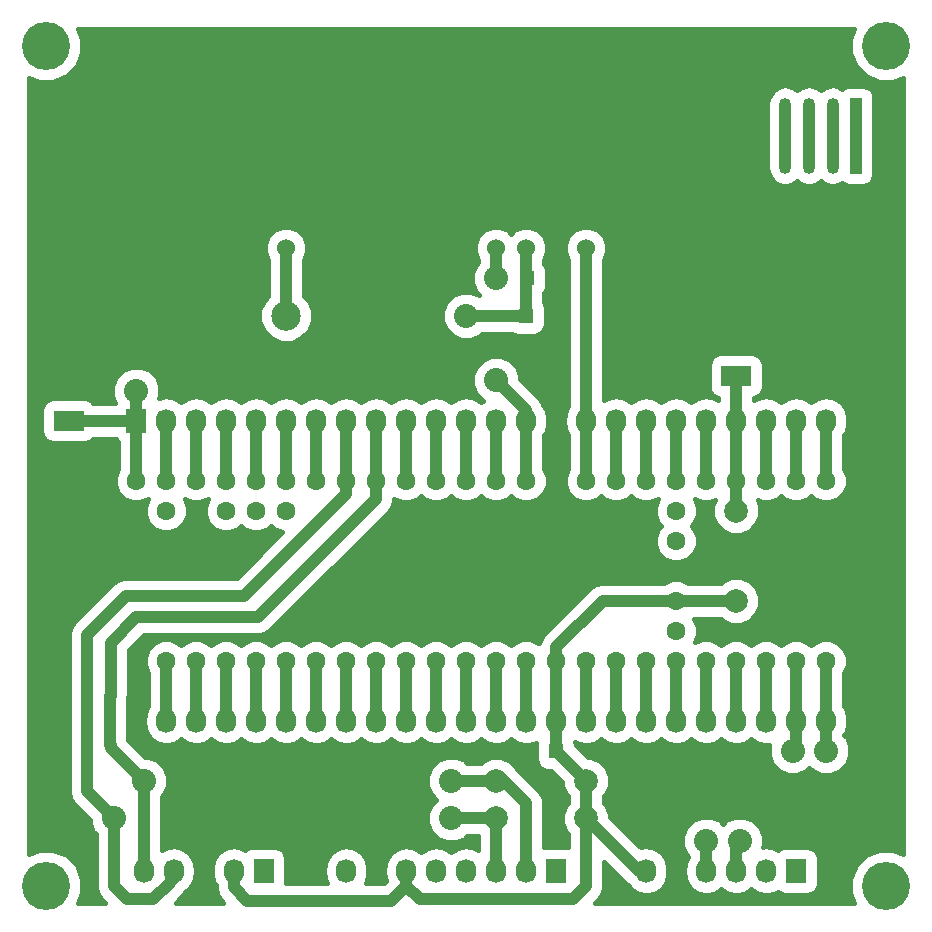
<source format=gbr>
G04 #@! TF.FileFunction,Copper,L2,Bot,Signal*
%FSLAX46Y46*%
G04 Gerber Fmt 4.6, Leading zero omitted, Abs format (unit mm)*
G04 Created by KiCad (PCBNEW 4.0.5) date Monday, March 20, 2017 'PMt' 03:41:12 PM*
%MOMM*%
%LPD*%
G01*
G04 APERTURE LIST*
%ADD10C,2.000000*%
%ADD11R,1.727200X2.032000*%
%ADD12O,1.727200X2.032000*%
%ADD13C,1.998980*%
%ADD14C,1.600000*%
%ADD15R,1.600000X1.600000*%
%ADD16C,2.500000*%
%ADD17O,2.413000X2.540000*%
%ADD18C,2.600000*%
%ADD19R,1.300000X1.300000*%
%ADD20C,1.300000*%
%ADD21R,2.600000X1.727200*%
%ADD22O,2.600000X1.727200*%
%ADD23R,1.016000X1.350000*%
%ADD24O,1.016000X1.350000*%
%ADD25C,1.524000*%
%ADD26R,1.524000X1.524000*%
%ADD27C,4.064000*%
%ADD28C,2.032000*%
%ADD29C,1.016000*%
%ADD30C,0.406400*%
G04 APERTURE END LIST*
D10*
D11*
X116840000Y-123190000D03*
D12*
X114300000Y-123190000D03*
X111760000Y-123190000D03*
X109220000Y-123190000D03*
X106680000Y-123190000D03*
X104140000Y-123190000D03*
D11*
X71755000Y-123190000D03*
D12*
X69215000Y-123190000D03*
X66675000Y-123190000D03*
X64135000Y-123190000D03*
X61595000Y-123190000D03*
D11*
X96520000Y-123190000D03*
D12*
X93980000Y-123190000D03*
X91440000Y-123190000D03*
X88900000Y-123190000D03*
X86360000Y-123190000D03*
X83820000Y-123190000D03*
X81280000Y-123190000D03*
X78740000Y-123190000D03*
D11*
X60960000Y-110490000D03*
D12*
X63500000Y-110490000D03*
X66040000Y-110490000D03*
X68580000Y-110490000D03*
X71120000Y-110490000D03*
X73660000Y-110490000D03*
X76200000Y-110490000D03*
X78740000Y-110490000D03*
X81280000Y-110490000D03*
X83820000Y-110490000D03*
X86360000Y-110490000D03*
X88900000Y-110490000D03*
X91440000Y-110490000D03*
X93980000Y-110490000D03*
X96520000Y-110490000D03*
X99060000Y-110490000D03*
X101600000Y-110490000D03*
X104140000Y-110490000D03*
X106680000Y-110490000D03*
X109220000Y-110490000D03*
X111760000Y-110490000D03*
X114300000Y-110490000D03*
X116840000Y-110490000D03*
X119380000Y-110490000D03*
D11*
X60960000Y-85090000D03*
D12*
X63500000Y-85090000D03*
X66040000Y-85090000D03*
X68580000Y-85090000D03*
X71120000Y-85090000D03*
X73660000Y-85090000D03*
X76200000Y-85090000D03*
X78740000Y-85090000D03*
X81280000Y-85090000D03*
X83820000Y-85090000D03*
X86360000Y-85090000D03*
X88900000Y-85090000D03*
X91440000Y-85090000D03*
X93980000Y-85090000D03*
X96520000Y-85090000D03*
X99060000Y-85090000D03*
X101600000Y-85090000D03*
X104140000Y-85090000D03*
X106680000Y-85090000D03*
X109220000Y-85090000D03*
X111760000Y-85090000D03*
X114300000Y-85090000D03*
X116840000Y-85090000D03*
X119380000Y-85090000D03*
D13*
X99060000Y-115570000D03*
X91440000Y-115570000D03*
X99060000Y-118745000D03*
X91440000Y-118745000D03*
D14*
X101600000Y-105410000D03*
X104140000Y-105410000D03*
X106680000Y-105410000D03*
X109220000Y-105410000D03*
X99060000Y-105410000D03*
X96520000Y-105410000D03*
X93980000Y-105410000D03*
X111760000Y-105410000D03*
X114300000Y-105410000D03*
X116840000Y-105410000D03*
X119380000Y-105410000D03*
X106680000Y-102870000D03*
X106680000Y-100330000D03*
X106680000Y-97790000D03*
X106680000Y-95250000D03*
X106680000Y-92710000D03*
X119380000Y-90170000D03*
X116840000Y-90170000D03*
X114300000Y-90170000D03*
X111760000Y-90170000D03*
X109220000Y-90170000D03*
X106680000Y-90170000D03*
X104140000Y-90170000D03*
X101600000Y-90170000D03*
X91440000Y-105410000D03*
X88900000Y-105410000D03*
X86360000Y-105410000D03*
X83820000Y-105410000D03*
X81280000Y-105410000D03*
X78740000Y-105410000D03*
X76200000Y-105410000D03*
X73660000Y-105410000D03*
X71120000Y-105410000D03*
X68580000Y-105410000D03*
X66040000Y-105410000D03*
X63500000Y-105410000D03*
D15*
X60960000Y-105410000D03*
D14*
X99060000Y-90170000D03*
X96520000Y-90170000D03*
X93980000Y-90170000D03*
X91440000Y-90170000D03*
X88900000Y-90170000D03*
X86360000Y-90170000D03*
X83820000Y-90170000D03*
X81280000Y-90170000D03*
X78740000Y-90170000D03*
X76200000Y-90170000D03*
X73660000Y-90170000D03*
X71120000Y-90170000D03*
X68580000Y-90170000D03*
X66040000Y-90170000D03*
X63500000Y-90170000D03*
X60960000Y-90170000D03*
X63500000Y-92710000D03*
X68580000Y-92710000D03*
X71120000Y-92710000D03*
X73660000Y-92710000D03*
D16*
X73660000Y-76200000D03*
D17*
X76200000Y-73660000D03*
X71120000Y-73660000D03*
D18*
X71120000Y-78740000D03*
X76200000Y-78740000D03*
D19*
X94020000Y-73025000D03*
D20*
X96520000Y-73025000D03*
D19*
X96480000Y-113030000D03*
D20*
X93980000Y-113030000D03*
D13*
X111760000Y-100330000D03*
X111760000Y-92710000D03*
D21*
X111760000Y-81280000D03*
D22*
X111760000Y-78740000D03*
D21*
X55245000Y-85090000D03*
D22*
X55245000Y-82550000D03*
D23*
X121920000Y-63500000D03*
D24*
X119920000Y-63500000D03*
X117920000Y-63500000D03*
X115920000Y-63500000D03*
D23*
X121920000Y-60960000D03*
D24*
X119920000Y-60960000D03*
X117920000Y-60960000D03*
X115920000Y-60960000D03*
D23*
X121920000Y-58420000D03*
D24*
X119920000Y-58420000D03*
X117920000Y-58420000D03*
X115920000Y-58420000D03*
D19*
X93980000Y-76200000D03*
D20*
X96480000Y-76200000D03*
D25*
X76200000Y-70485000D03*
X73660000Y-70485000D03*
D26*
X71120000Y-70485000D03*
D25*
X93980000Y-70485000D03*
X91440000Y-70485000D03*
X99060000Y-70485000D03*
X96520000Y-70485000D03*
D27*
X53340000Y-53340000D03*
X124460000Y-53340000D03*
X124460000Y-124460000D03*
X53340000Y-124460000D03*
D28*
X59055000Y-118745000D03*
X87630000Y-118745000D03*
X87630000Y-115570000D03*
X61595000Y-115570000D03*
X116535201Y-113038711D03*
X112064813Y-120650000D03*
X119380000Y-113030000D03*
X109220000Y-120650000D03*
X88900002Y-76200000D03*
X60960000Y-82550000D03*
X91440000Y-73025000D03*
X91440000Y-81661000D03*
D29*
X83820000Y-124460000D02*
X84963000Y-125603000D01*
X84963000Y-125603000D02*
X97917000Y-125603000D01*
X99060000Y-124460000D02*
X99060000Y-119380000D01*
X97917000Y-125603000D02*
X99060000Y-124460000D01*
X99060000Y-119380000D02*
X99060000Y-116205000D01*
X83820000Y-124460000D02*
X82550000Y-125730000D01*
X82550000Y-125730000D02*
X70358000Y-125730000D01*
X70358000Y-125730000D02*
X69215000Y-124587000D01*
X69215000Y-124587000D02*
X69215000Y-123190000D01*
X106680000Y-100330000D02*
X111760000Y-100330000D01*
X96520000Y-105410000D02*
X96520000Y-104278630D01*
X96520000Y-104278630D02*
X100468630Y-100330000D01*
X100468630Y-100330000D02*
X105548630Y-100330000D01*
X105548630Y-100330000D02*
X106680000Y-100330000D01*
X104140000Y-123190000D02*
X103505000Y-123190000D01*
X103505000Y-123190000D02*
X99060000Y-118745000D01*
X99060000Y-115570000D02*
X96520000Y-113030000D01*
X96520000Y-113030000D02*
X96520000Y-110490000D01*
X69215000Y-123901202D02*
X69215000Y-123190000D01*
X83820000Y-123190000D02*
X83820000Y-124460000D01*
X96520000Y-105410000D02*
X96520000Y-110490000D01*
X66040000Y-85090000D02*
X66040000Y-90170000D01*
X96520000Y-73025000D02*
X96520000Y-85090000D01*
X96520000Y-70485000D02*
X96520000Y-73025000D01*
X96520000Y-90170000D02*
X96520000Y-85090000D01*
X60960000Y-105410000D02*
X60960000Y-110490000D01*
X71120000Y-70485000D02*
X71120000Y-73660000D01*
X76200000Y-70485000D02*
X76200000Y-73660000D01*
X64135000Y-123190000D02*
X64135000Y-123825000D01*
X64135000Y-123825000D02*
X63779410Y-124180590D01*
X63779410Y-124180590D02*
X63779410Y-124247212D01*
X63779410Y-124247212D02*
X62423622Y-125603000D01*
X62423622Y-125603000D02*
X60198000Y-125603000D01*
X60198000Y-125603000D02*
X59055000Y-124460000D01*
X59055000Y-124460000D02*
X59055000Y-118745000D01*
X60075482Y-99898189D02*
X56769001Y-103204670D01*
X78740000Y-90170000D02*
X78740000Y-91284738D01*
X78740000Y-91284738D02*
X70126549Y-99898189D01*
X56769001Y-103204670D02*
X56769001Y-116459001D01*
X56769001Y-116459001D02*
X58039001Y-117729001D01*
X70126549Y-99898189D02*
X60075482Y-99898189D01*
X58039001Y-117729001D02*
X59055000Y-118745000D01*
X91440000Y-123190000D02*
X91440000Y-118745000D01*
X91440000Y-118745000D02*
X87630000Y-118745000D01*
X78740000Y-84937600D02*
X78740000Y-85090000D01*
X78740000Y-85090000D02*
X78740000Y-90170000D01*
X81280000Y-90170000D02*
X81280000Y-91694000D01*
X81280000Y-91694000D02*
X71247000Y-101727000D01*
X71247000Y-101727000D02*
X60960000Y-101727000D01*
X58794649Y-103892351D02*
X58794649Y-108398309D01*
X58794649Y-112581691D02*
X58794649Y-112769649D01*
X60960000Y-101727000D02*
X58794649Y-103892351D01*
X58794649Y-108398309D02*
X58775599Y-108417359D01*
X58775599Y-108417359D02*
X58775599Y-112562641D01*
X58794649Y-112769649D02*
X61595000Y-115570000D01*
X58775599Y-112562641D02*
X58794649Y-112581691D01*
X91440000Y-115570000D02*
X87630000Y-115570000D01*
X61595000Y-115570000D02*
X61595000Y-123190000D01*
X93980000Y-123190000D02*
X93980000Y-117475000D01*
X93980000Y-117475000D02*
X92075000Y-115570000D01*
X91440000Y-115570000D02*
X92075000Y-115570000D01*
X81280000Y-84937600D02*
X81280000Y-85090000D01*
X81280000Y-85090000D02*
X81280000Y-90170000D01*
X116840000Y-112733912D02*
X116535201Y-113038711D01*
X116840000Y-110490000D02*
X116840000Y-112733912D01*
X111760000Y-123190000D02*
X111760000Y-120954813D01*
X111760000Y-120954813D02*
X112064813Y-120650000D01*
X111760000Y-122515319D02*
X111760000Y-123190000D01*
X111760000Y-122555000D02*
X111760000Y-123190000D01*
X116840000Y-105410000D02*
X116840000Y-110490000D01*
X119380000Y-110490000D02*
X119380000Y-113030000D01*
X109220000Y-123190000D02*
X109220000Y-120650000D01*
X119380000Y-105410000D02*
X119380000Y-110490000D01*
X63500000Y-105410000D02*
X63500000Y-110490000D01*
X66040000Y-105410000D02*
X66040000Y-110490000D01*
X68580000Y-105410000D02*
X68580000Y-110490000D01*
X76200000Y-105410000D02*
X76200000Y-110490000D01*
X78740000Y-105410000D02*
X78740000Y-110490000D01*
X81280000Y-105410000D02*
X81280000Y-110490000D01*
X83820000Y-105410000D02*
X83820000Y-110490000D01*
X86360000Y-105410000D02*
X86360000Y-110490000D01*
X88900000Y-105410000D02*
X88900000Y-110490000D01*
X91440000Y-105410000D02*
X91440000Y-110490000D01*
X93980000Y-105410000D02*
X93980000Y-110490000D01*
X99060000Y-105410000D02*
X99060000Y-110490000D01*
X101600000Y-105410000D02*
X101600000Y-110490000D01*
X104140000Y-105410000D02*
X104140000Y-110490000D01*
X106680000Y-105410000D02*
X106680000Y-110490000D01*
X109220000Y-105410000D02*
X109220000Y-110490000D01*
X111760000Y-105410000D02*
X111760000Y-110490000D01*
X114300000Y-105410000D02*
X114300000Y-110490000D01*
X63500000Y-85090000D02*
X63500000Y-90170000D01*
X68580000Y-85090000D02*
X68580000Y-90170000D01*
X71120000Y-85090000D02*
X71120000Y-90170000D01*
X73660000Y-85090000D02*
X73660000Y-90170000D01*
X76200000Y-85090000D02*
X76200000Y-90170000D01*
X83820000Y-85090000D02*
X83820000Y-90170000D01*
X86360000Y-90170000D02*
X86360000Y-85090000D01*
X88900000Y-85090000D02*
X88900000Y-90170000D01*
X91440000Y-90170000D02*
X91440000Y-85090000D01*
X101600000Y-90170000D02*
X101600000Y-85090000D01*
X104140000Y-85090000D02*
X104140000Y-90170000D01*
X106680000Y-90170000D02*
X106680000Y-85090000D01*
X109220000Y-85090000D02*
X109220000Y-90170000D01*
X111760000Y-81280000D02*
X111760000Y-85090000D01*
X111760000Y-92710000D02*
X111760000Y-90170000D01*
X111760000Y-85090000D02*
X111760000Y-90170000D01*
X114300000Y-90170000D02*
X114300000Y-85090000D01*
X116840000Y-85090000D02*
X116840000Y-90170000D01*
X119380000Y-90170000D02*
X119380000Y-85090000D01*
X73660000Y-105410000D02*
X73660000Y-110490000D01*
X71120000Y-105410000D02*
X71120000Y-110490000D01*
X93980000Y-76200000D02*
X88900002Y-76200000D01*
X93980000Y-73025000D02*
X93980000Y-76160000D01*
X94020000Y-76160000D02*
X93980000Y-76200000D01*
X60960000Y-85090000D02*
X60960000Y-82550000D01*
X93980000Y-70485000D02*
X93980000Y-72985000D01*
X93980000Y-72985000D02*
X94020000Y-73025000D01*
X55245000Y-85090000D02*
X60960000Y-85090000D01*
X94051238Y-73056238D02*
X94020000Y-73025000D01*
X94020000Y-73025000D02*
X94054589Y-73059589D01*
X94020000Y-70525000D02*
X93980000Y-70485000D01*
X60960000Y-85090000D02*
X60960000Y-90170000D01*
X91440000Y-81661000D02*
X93980000Y-84201000D01*
X93980000Y-84201000D02*
X93980000Y-85090000D01*
X91440000Y-70485000D02*
X91440000Y-73025000D01*
X93980000Y-85090000D02*
X93980000Y-90170000D01*
X99060000Y-70485000D02*
X99060000Y-85090000D01*
X99060000Y-85090000D02*
X99060000Y-90170000D01*
X73660000Y-70485000D02*
X73660000Y-76200000D01*
X121920000Y-60960000D02*
X121920000Y-63500000D01*
X121920000Y-58420000D02*
X121920000Y-60960000D01*
X119920000Y-60960000D02*
X119920000Y-58420000D01*
X119920000Y-63500000D02*
X119920000Y-60960000D01*
X117920000Y-60960000D02*
X117920000Y-63500000D01*
X117920000Y-58420000D02*
X117920000Y-60960000D01*
X115920000Y-60960000D02*
X115920000Y-58420000D01*
X115920000Y-63500000D02*
X115920000Y-60960000D01*
D30*
G36*
X121412530Y-52731055D02*
X121411472Y-53943625D01*
X121874525Y-55064298D01*
X122731192Y-55922462D01*
X123851055Y-56387470D01*
X125063625Y-56388528D01*
X125877320Y-56052316D01*
X125877320Y-121748197D01*
X125068945Y-121412530D01*
X123856375Y-121411472D01*
X122735702Y-121874525D01*
X121877538Y-122731192D01*
X121412530Y-123851055D01*
X121411472Y-125063625D01*
X121747684Y-125877320D01*
X99797942Y-125877320D01*
X100137631Y-125537631D01*
X100467992Y-125043210D01*
X100584000Y-124460000D01*
X100584000Y-122424262D01*
X102427369Y-124267631D01*
X102584741Y-124372784D01*
X102810922Y-124711287D01*
X103420708Y-125118733D01*
X104140000Y-125261809D01*
X104859292Y-125118733D01*
X105469078Y-124711287D01*
X105876524Y-124101501D01*
X106019600Y-123382209D01*
X106019600Y-122997791D01*
X105876524Y-122278499D01*
X105469078Y-121668713D01*
X104859292Y-121261267D01*
X104140000Y-121118191D01*
X103679960Y-121209698D01*
X103522678Y-121052416D01*
X107187648Y-121052416D01*
X107496350Y-121799532D01*
X107680351Y-121983854D01*
X107483476Y-122278499D01*
X107340400Y-122997791D01*
X107340400Y-123382209D01*
X107483476Y-124101501D01*
X107890922Y-124711287D01*
X108500708Y-125118733D01*
X109220000Y-125261809D01*
X109939292Y-125118733D01*
X110490000Y-124750762D01*
X111040708Y-125118733D01*
X111760000Y-125261809D01*
X112479292Y-125118733D01*
X113030000Y-124750762D01*
X113580708Y-125118733D01*
X114300000Y-125261809D01*
X115019292Y-125118733D01*
X115268678Y-124952099D01*
X115573375Y-125160289D01*
X115976400Y-125241904D01*
X117703600Y-125241904D01*
X118080107Y-125171059D01*
X118425906Y-124948544D01*
X118657889Y-124609025D01*
X118739504Y-124206000D01*
X118739504Y-122174000D01*
X118668659Y-121797493D01*
X118446144Y-121451694D01*
X118106625Y-121219711D01*
X117703600Y-121138096D01*
X115976400Y-121138096D01*
X115599893Y-121208941D01*
X115264233Y-121424932D01*
X115019292Y-121261267D01*
X114300000Y-121118191D01*
X114049968Y-121167925D01*
X114096459Y-121055963D01*
X114097165Y-120247584D01*
X113788463Y-119500468D01*
X113217351Y-118928359D01*
X112470776Y-118618354D01*
X111662397Y-118617648D01*
X110915281Y-118926350D01*
X110642432Y-119198724D01*
X110372538Y-118928359D01*
X109625963Y-118618354D01*
X108817584Y-118617648D01*
X108070468Y-118926350D01*
X107498359Y-119497462D01*
X107188354Y-120244037D01*
X107187648Y-121052416D01*
X103522678Y-121052416D01*
X101075613Y-118605351D01*
X101075839Y-118345853D01*
X100769646Y-117604808D01*
X100584000Y-117418838D01*
X100584000Y-116896507D01*
X100767653Y-116713174D01*
X101075140Y-115972665D01*
X101075839Y-115170853D01*
X100769646Y-114429808D01*
X100203174Y-113862347D01*
X99462665Y-113554860D01*
X99199892Y-113554631D01*
X98165904Y-112520642D01*
X98165904Y-112380000D01*
X98149102Y-112290706D01*
X98340708Y-112418733D01*
X99060000Y-112561809D01*
X99779292Y-112418733D01*
X100330000Y-112050762D01*
X100880708Y-112418733D01*
X101600000Y-112561809D01*
X102319292Y-112418733D01*
X102870000Y-112050762D01*
X103420708Y-112418733D01*
X104140000Y-112561809D01*
X104859292Y-112418733D01*
X105410000Y-112050762D01*
X105960708Y-112418733D01*
X106680000Y-112561809D01*
X107399292Y-112418733D01*
X107950000Y-112050762D01*
X108500708Y-112418733D01*
X109220000Y-112561809D01*
X109939292Y-112418733D01*
X110490000Y-112050762D01*
X111040708Y-112418733D01*
X111760000Y-112561809D01*
X112479292Y-112418733D01*
X113030000Y-112050762D01*
X113580708Y-112418733D01*
X114300000Y-112561809D01*
X114553990Y-112511287D01*
X114503555Y-112632748D01*
X114502849Y-113441127D01*
X114811551Y-114188243D01*
X115382663Y-114760352D01*
X116129238Y-115070357D01*
X116937617Y-115071063D01*
X117684733Y-114762361D01*
X117961931Y-114485646D01*
X118227462Y-114751641D01*
X118974037Y-115061646D01*
X119782416Y-115062352D01*
X120529532Y-114753650D01*
X121101641Y-114182538D01*
X121411646Y-113435963D01*
X121412352Y-112627584D01*
X121103650Y-111880468D01*
X120919649Y-111696146D01*
X121116524Y-111401501D01*
X121259600Y-110682209D01*
X121259600Y-110297791D01*
X121116524Y-109578499D01*
X120904000Y-109260434D01*
X120904000Y-106454632D01*
X120918633Y-106440025D01*
X121195685Y-105772810D01*
X121196315Y-105050360D01*
X120920428Y-104382662D01*
X120410025Y-103871367D01*
X119742810Y-103594315D01*
X119020360Y-103593685D01*
X118352662Y-103869572D01*
X118110025Y-104111786D01*
X117870025Y-103871367D01*
X117202810Y-103594315D01*
X116480360Y-103593685D01*
X115812662Y-103869572D01*
X115570025Y-104111786D01*
X115330025Y-103871367D01*
X114662810Y-103594315D01*
X113940360Y-103593685D01*
X113272662Y-103869572D01*
X113030025Y-104111786D01*
X112790025Y-103871367D01*
X112122810Y-103594315D01*
X111400360Y-103593685D01*
X110732662Y-103869572D01*
X110490025Y-104111786D01*
X110250025Y-103871367D01*
X109582810Y-103594315D01*
X108860360Y-103593685D01*
X108239276Y-103850312D01*
X108495685Y-103232810D01*
X108496315Y-102510360D01*
X108225113Y-101854000D01*
X110433493Y-101854000D01*
X110616826Y-102037653D01*
X111357335Y-102345140D01*
X112159147Y-102345839D01*
X112900192Y-102039646D01*
X113467653Y-101473174D01*
X113775140Y-100732665D01*
X113775839Y-99930853D01*
X113469646Y-99189808D01*
X112903174Y-98622347D01*
X112162665Y-98314860D01*
X111360853Y-98314161D01*
X110619808Y-98620354D01*
X110433838Y-98806000D01*
X107724632Y-98806000D01*
X107710025Y-98791367D01*
X107042810Y-98514315D01*
X106320360Y-98513685D01*
X105652662Y-98789572D01*
X105636205Y-98806000D01*
X100468630Y-98806000D01*
X99885420Y-98922008D01*
X99489091Y-99186826D01*
X99390999Y-99252369D01*
X95442369Y-103200999D01*
X95112008Y-103695420D01*
X95065880Y-103927320D01*
X95010025Y-103871367D01*
X94342810Y-103594315D01*
X93620360Y-103593685D01*
X92952662Y-103869572D01*
X92710025Y-104111786D01*
X92470025Y-103871367D01*
X91802810Y-103594315D01*
X91080360Y-103593685D01*
X90412662Y-103869572D01*
X90170025Y-104111786D01*
X89930025Y-103871367D01*
X89262810Y-103594315D01*
X88540360Y-103593685D01*
X87872662Y-103869572D01*
X87630025Y-104111786D01*
X87390025Y-103871367D01*
X86722810Y-103594315D01*
X86000360Y-103593685D01*
X85332662Y-103869572D01*
X85090025Y-104111786D01*
X84850025Y-103871367D01*
X84182810Y-103594315D01*
X83460360Y-103593685D01*
X82792662Y-103869572D01*
X82550025Y-104111786D01*
X82310025Y-103871367D01*
X81642810Y-103594315D01*
X80920360Y-103593685D01*
X80252662Y-103869572D01*
X80010025Y-104111786D01*
X79770025Y-103871367D01*
X79102810Y-103594315D01*
X78380360Y-103593685D01*
X77712662Y-103869572D01*
X77470025Y-104111786D01*
X77230025Y-103871367D01*
X76562810Y-103594315D01*
X75840360Y-103593685D01*
X75172662Y-103869572D01*
X74930025Y-104111786D01*
X74690025Y-103871367D01*
X74022810Y-103594315D01*
X73300360Y-103593685D01*
X72632662Y-103869572D01*
X72390025Y-104111786D01*
X72150025Y-103871367D01*
X71482810Y-103594315D01*
X70760360Y-103593685D01*
X70092662Y-103869572D01*
X69850025Y-104111786D01*
X69610025Y-103871367D01*
X68942810Y-103594315D01*
X68220360Y-103593685D01*
X67552662Y-103869572D01*
X67310025Y-104111786D01*
X67070025Y-103871367D01*
X66402810Y-103594315D01*
X65680360Y-103593685D01*
X65012662Y-103869572D01*
X64770025Y-104111786D01*
X64530025Y-103871367D01*
X63862810Y-103594315D01*
X63140360Y-103593685D01*
X62472662Y-103869572D01*
X61961367Y-104379975D01*
X61684315Y-105047190D01*
X61683685Y-105769640D01*
X61959572Y-106437338D01*
X61976000Y-106453795D01*
X61976000Y-109260434D01*
X61763476Y-109578499D01*
X61620400Y-110297791D01*
X61620400Y-110682209D01*
X61763476Y-111401501D01*
X62170922Y-112011287D01*
X62780708Y-112418733D01*
X63500000Y-112561809D01*
X64219292Y-112418733D01*
X64770000Y-112050762D01*
X65320708Y-112418733D01*
X66040000Y-112561809D01*
X66759292Y-112418733D01*
X67310000Y-112050762D01*
X67860708Y-112418733D01*
X68580000Y-112561809D01*
X69299292Y-112418733D01*
X69850000Y-112050762D01*
X70400708Y-112418733D01*
X71120000Y-112561809D01*
X71839292Y-112418733D01*
X72390000Y-112050762D01*
X72940708Y-112418733D01*
X73660000Y-112561809D01*
X74379292Y-112418733D01*
X74930000Y-112050762D01*
X75480708Y-112418733D01*
X76200000Y-112561809D01*
X76919292Y-112418733D01*
X77470000Y-112050762D01*
X78020708Y-112418733D01*
X78740000Y-112561809D01*
X79459292Y-112418733D01*
X80010000Y-112050762D01*
X80560708Y-112418733D01*
X81280000Y-112561809D01*
X81999292Y-112418733D01*
X82550000Y-112050762D01*
X83100708Y-112418733D01*
X83820000Y-112561809D01*
X84539292Y-112418733D01*
X85090000Y-112050762D01*
X85640708Y-112418733D01*
X86360000Y-112561809D01*
X87079292Y-112418733D01*
X87630000Y-112050762D01*
X88180708Y-112418733D01*
X88900000Y-112561809D01*
X89619292Y-112418733D01*
X90170000Y-112050762D01*
X90720708Y-112418733D01*
X91440000Y-112561809D01*
X92159292Y-112418733D01*
X92710000Y-112050762D01*
X93260708Y-112418733D01*
X93980000Y-112561809D01*
X94699292Y-112418733D01*
X94799860Y-112351535D01*
X94794096Y-112380000D01*
X94794096Y-113680000D01*
X94864941Y-114056507D01*
X95087456Y-114402306D01*
X95426975Y-114634289D01*
X95830000Y-114715904D01*
X96050642Y-114715904D01*
X97044387Y-115709649D01*
X97044161Y-115969147D01*
X97350354Y-116710192D01*
X97536000Y-116896162D01*
X97536000Y-117418493D01*
X97352347Y-117601826D01*
X97044860Y-118342335D01*
X97044161Y-119144147D01*
X97350354Y-119885192D01*
X97536000Y-120071162D01*
X97536000Y-121168958D01*
X97383600Y-121138096D01*
X95656400Y-121138096D01*
X95504000Y-121166772D01*
X95504000Y-117475000D01*
X95453476Y-117221000D01*
X95387993Y-116891791D01*
X95057631Y-116397369D01*
X93191595Y-114531333D01*
X93149646Y-114429808D01*
X92583174Y-113862347D01*
X91842665Y-113554860D01*
X91040853Y-113554161D01*
X90299808Y-113860354D01*
X90113838Y-114046000D01*
X88979835Y-114046000D01*
X88782538Y-113848359D01*
X88035963Y-113538354D01*
X87227584Y-113537648D01*
X86480468Y-113846350D01*
X85908359Y-114417462D01*
X85598354Y-115164037D01*
X85597648Y-115972416D01*
X85906350Y-116719532D01*
X86343817Y-117157763D01*
X85908359Y-117592462D01*
X85598354Y-118339037D01*
X85597648Y-119147416D01*
X85906350Y-119894532D01*
X86477462Y-120466641D01*
X87224037Y-120776646D01*
X88032416Y-120777352D01*
X88779532Y-120468650D01*
X88979531Y-120269000D01*
X89916000Y-120269000D01*
X89916000Y-121459521D01*
X89619292Y-121261267D01*
X88900000Y-121118191D01*
X88180708Y-121261267D01*
X87630000Y-121629238D01*
X87079292Y-121261267D01*
X86360000Y-121118191D01*
X85640708Y-121261267D01*
X85090000Y-121629238D01*
X84539292Y-121261267D01*
X83820000Y-121118191D01*
X83100708Y-121261267D01*
X82490922Y-121668713D01*
X82083476Y-122278499D01*
X81940400Y-122997791D01*
X81940400Y-123382209D01*
X82073482Y-124051256D01*
X81918738Y-124206000D01*
X80406700Y-124206000D01*
X80476524Y-124101501D01*
X80619600Y-123382209D01*
X80619600Y-122997791D01*
X80476524Y-122278499D01*
X80069078Y-121668713D01*
X79459292Y-121261267D01*
X78740000Y-121118191D01*
X78020708Y-121261267D01*
X77410922Y-121668713D01*
X77003476Y-122278499D01*
X76860400Y-122997791D01*
X76860400Y-123382209D01*
X77003476Y-124101501D01*
X77073300Y-124206000D01*
X73654504Y-124206000D01*
X73654504Y-122174000D01*
X73583659Y-121797493D01*
X73361144Y-121451694D01*
X73021625Y-121219711D01*
X72618600Y-121138096D01*
X70891400Y-121138096D01*
X70514893Y-121208941D01*
X70179233Y-121424932D01*
X69934292Y-121261267D01*
X69215000Y-121118191D01*
X68495708Y-121261267D01*
X67885922Y-121668713D01*
X67478476Y-122278499D01*
X67335400Y-122997791D01*
X67335400Y-123382209D01*
X67478476Y-124101501D01*
X67691000Y-124419566D01*
X67691000Y-124587000D01*
X67807008Y-125170210D01*
X68086555Y-125588582D01*
X68137369Y-125664631D01*
X68350058Y-125877320D01*
X64304564Y-125877320D01*
X64857041Y-125324843D01*
X64991195Y-125124067D01*
X65212631Y-124902631D01*
X65240796Y-124860480D01*
X65464078Y-124711287D01*
X65871524Y-124101501D01*
X66014600Y-123382209D01*
X66014600Y-122997791D01*
X65871524Y-122278499D01*
X65464078Y-121668713D01*
X64854292Y-121261267D01*
X64135000Y-121118191D01*
X63415708Y-121261267D01*
X63119000Y-121459521D01*
X63119000Y-116919835D01*
X63316641Y-116722538D01*
X63626646Y-115975963D01*
X63627352Y-115167584D01*
X63318650Y-114420468D01*
X62747538Y-113848359D01*
X62000963Y-113538354D01*
X61718369Y-113538107D01*
X60299599Y-112119337D01*
X60299599Y-108494084D01*
X60318650Y-108398309D01*
X60318649Y-108398304D01*
X60318649Y-104523613D01*
X61591262Y-103251000D01*
X71247000Y-103251000D01*
X71830210Y-103134992D01*
X72324631Y-102804631D01*
X82357631Y-92771631D01*
X82687993Y-92277209D01*
X82800242Y-91712896D01*
X83457190Y-91985685D01*
X84179640Y-91986315D01*
X84847338Y-91710428D01*
X85089975Y-91468214D01*
X85329975Y-91708633D01*
X85997190Y-91985685D01*
X86719640Y-91986315D01*
X87387338Y-91710428D01*
X87629975Y-91468214D01*
X87869975Y-91708633D01*
X88537190Y-91985685D01*
X89259640Y-91986315D01*
X89927338Y-91710428D01*
X90169975Y-91468214D01*
X90409975Y-91708633D01*
X91077190Y-91985685D01*
X91799640Y-91986315D01*
X92467338Y-91710428D01*
X92709975Y-91468214D01*
X92949975Y-91708633D01*
X93617190Y-91985685D01*
X94339640Y-91986315D01*
X95007338Y-91710428D01*
X95518633Y-91200025D01*
X95795685Y-90532810D01*
X95796315Y-89810360D01*
X95520428Y-89142662D01*
X95504000Y-89126205D01*
X95504000Y-86319566D01*
X95716524Y-86001501D01*
X95859600Y-85282209D01*
X95859600Y-84897791D01*
X97180400Y-84897791D01*
X97180400Y-85282209D01*
X97323476Y-86001501D01*
X97536000Y-86319566D01*
X97536000Y-89125368D01*
X97521367Y-89139975D01*
X97244315Y-89807190D01*
X97243685Y-90529640D01*
X97519572Y-91197338D01*
X98029975Y-91708633D01*
X98697190Y-91985685D01*
X99419640Y-91986315D01*
X100087338Y-91710428D01*
X100329975Y-91468214D01*
X100569975Y-91708633D01*
X101237190Y-91985685D01*
X101959640Y-91986315D01*
X102627338Y-91710428D01*
X102869975Y-91468214D01*
X103109975Y-91708633D01*
X103777190Y-91985685D01*
X104499640Y-91986315D01*
X105120724Y-91729688D01*
X104864315Y-92347190D01*
X104863685Y-93069640D01*
X105139572Y-93737338D01*
X105381786Y-93979975D01*
X105141367Y-94219975D01*
X104864315Y-94887190D01*
X104863685Y-95609640D01*
X105139572Y-96277338D01*
X105649975Y-96788633D01*
X106317190Y-97065685D01*
X107039640Y-97066315D01*
X107707338Y-96790428D01*
X108218633Y-96280025D01*
X108495685Y-95612810D01*
X108496315Y-94890360D01*
X108220428Y-94222662D01*
X107978214Y-93980025D01*
X108218633Y-93740025D01*
X108495685Y-93072810D01*
X108496315Y-92350360D01*
X108239688Y-91729276D01*
X108857190Y-91985685D01*
X109579640Y-91986315D01*
X109939985Y-91837424D01*
X109744860Y-92307335D01*
X109744161Y-93109147D01*
X110050354Y-93850192D01*
X110616826Y-94417653D01*
X111357335Y-94725140D01*
X112159147Y-94725839D01*
X112900192Y-94419646D01*
X113467653Y-93853174D01*
X113775140Y-93112665D01*
X113775839Y-92310853D01*
X113580240Y-91837466D01*
X113937190Y-91985685D01*
X114659640Y-91986315D01*
X115327338Y-91710428D01*
X115569975Y-91468214D01*
X115809975Y-91708633D01*
X116477190Y-91985685D01*
X117199640Y-91986315D01*
X117867338Y-91710428D01*
X118109975Y-91468214D01*
X118349975Y-91708633D01*
X119017190Y-91985685D01*
X119739640Y-91986315D01*
X120407338Y-91710428D01*
X120918633Y-91200025D01*
X121195685Y-90532810D01*
X121196315Y-89810360D01*
X120920428Y-89142662D01*
X120904000Y-89126205D01*
X120904000Y-86319566D01*
X121116524Y-86001501D01*
X121259600Y-85282209D01*
X121259600Y-84897791D01*
X121116524Y-84178499D01*
X120709078Y-83568713D01*
X120099292Y-83161267D01*
X119380000Y-83018191D01*
X118660708Y-83161267D01*
X118110000Y-83529238D01*
X117559292Y-83161267D01*
X116840000Y-83018191D01*
X116120708Y-83161267D01*
X115570000Y-83529238D01*
X115019292Y-83161267D01*
X114300000Y-83018191D01*
X113580708Y-83161267D01*
X113284000Y-83359521D01*
X113284000Y-83137355D01*
X113436507Y-83108659D01*
X113782306Y-82886144D01*
X114014289Y-82546625D01*
X114095904Y-82143600D01*
X114095904Y-80416400D01*
X114025059Y-80039893D01*
X113802544Y-79694094D01*
X113463025Y-79462111D01*
X113060000Y-79380496D01*
X110460000Y-79380496D01*
X110083493Y-79451341D01*
X109737694Y-79673856D01*
X109505711Y-80013375D01*
X109424096Y-80416400D01*
X109424096Y-82143600D01*
X109494941Y-82520107D01*
X109717456Y-82865906D01*
X110056975Y-83097889D01*
X110236000Y-83134143D01*
X110236000Y-83359521D01*
X109939292Y-83161267D01*
X109220000Y-83018191D01*
X108500708Y-83161267D01*
X107950000Y-83529238D01*
X107399292Y-83161267D01*
X106680000Y-83018191D01*
X105960708Y-83161267D01*
X105410000Y-83529238D01*
X104859292Y-83161267D01*
X104140000Y-83018191D01*
X103420708Y-83161267D01*
X102870000Y-83529238D01*
X102319292Y-83161267D01*
X101600000Y-83018191D01*
X100880708Y-83161267D01*
X100584000Y-83359521D01*
X100584000Y-71451172D01*
X100837691Y-70840218D01*
X100838308Y-70132886D01*
X100568194Y-69479160D01*
X100068471Y-68978564D01*
X99415218Y-68707309D01*
X98707886Y-68706692D01*
X98054160Y-68976806D01*
X97553564Y-69476529D01*
X97282309Y-70129782D01*
X97281692Y-70837114D01*
X97536000Y-71452587D01*
X97536000Y-83860434D01*
X97323476Y-84178499D01*
X97180400Y-84897791D01*
X95859600Y-84897791D01*
X95716524Y-84178499D01*
X95407542Y-83716075D01*
X95387992Y-83617790D01*
X95057631Y-83123369D01*
X95057628Y-83123367D01*
X93472108Y-81537846D01*
X93472352Y-81258584D01*
X93163650Y-80511468D01*
X92592538Y-79939359D01*
X91845963Y-79629354D01*
X91037584Y-79628648D01*
X90290468Y-79937350D01*
X89718359Y-80508462D01*
X89408354Y-81255037D01*
X89407648Y-82063416D01*
X89716350Y-82810532D01*
X90287462Y-83382641D01*
X90350330Y-83408746D01*
X90170000Y-83529238D01*
X89619292Y-83161267D01*
X88900000Y-83018191D01*
X88180708Y-83161267D01*
X87630000Y-83529238D01*
X87079292Y-83161267D01*
X86360000Y-83018191D01*
X85640708Y-83161267D01*
X85090000Y-83529238D01*
X84539292Y-83161267D01*
X83820000Y-83018191D01*
X83100708Y-83161267D01*
X82550000Y-83529238D01*
X81999292Y-83161267D01*
X81280000Y-83018191D01*
X80560708Y-83161267D01*
X80010000Y-83529238D01*
X79459292Y-83161267D01*
X78740000Y-83018191D01*
X78020708Y-83161267D01*
X77470000Y-83529238D01*
X76919292Y-83161267D01*
X76200000Y-83018191D01*
X75480708Y-83161267D01*
X74930000Y-83529238D01*
X74379292Y-83161267D01*
X73660000Y-83018191D01*
X72940708Y-83161267D01*
X72390000Y-83529238D01*
X71839292Y-83161267D01*
X71120000Y-83018191D01*
X70400708Y-83161267D01*
X69850000Y-83529238D01*
X69299292Y-83161267D01*
X68580000Y-83018191D01*
X67860708Y-83161267D01*
X67310000Y-83529238D01*
X66759292Y-83161267D01*
X66040000Y-83018191D01*
X65320708Y-83161267D01*
X64770000Y-83529238D01*
X64219292Y-83161267D01*
X63500000Y-83018191D01*
X62917712Y-83134015D01*
X62991646Y-82955963D01*
X62992352Y-82147584D01*
X62683650Y-81400468D01*
X62112538Y-80828359D01*
X61365963Y-80518354D01*
X60557584Y-80517648D01*
X59810468Y-80826350D01*
X59238359Y-81397462D01*
X58928354Y-82144037D01*
X58927648Y-82952416D01*
X59181176Y-83566000D01*
X57327379Y-83566000D01*
X57287544Y-83504094D01*
X56948025Y-83272111D01*
X56545000Y-83190496D01*
X53945000Y-83190496D01*
X53568493Y-83261341D01*
X53222694Y-83483856D01*
X52990711Y-83823375D01*
X52909096Y-84226400D01*
X52909096Y-85953600D01*
X52979941Y-86330107D01*
X53202456Y-86675906D01*
X53541975Y-86907889D01*
X53945000Y-86989504D01*
X56545000Y-86989504D01*
X56921507Y-86918659D01*
X57267306Y-86696144D01*
X57323432Y-86614000D01*
X59215954Y-86614000D01*
X59353856Y-86828306D01*
X59436000Y-86884432D01*
X59436000Y-89125368D01*
X59421367Y-89139975D01*
X59144315Y-89807190D01*
X59143685Y-90529640D01*
X59419572Y-91197338D01*
X59929975Y-91708633D01*
X60597190Y-91985685D01*
X61319640Y-91986315D01*
X61940724Y-91729688D01*
X61684315Y-92347190D01*
X61683685Y-93069640D01*
X61959572Y-93737338D01*
X62469975Y-94248633D01*
X63137190Y-94525685D01*
X63859640Y-94526315D01*
X64527338Y-94250428D01*
X65038633Y-93740025D01*
X65315685Y-93072810D01*
X65316315Y-92350360D01*
X65059688Y-91729276D01*
X65677190Y-91985685D01*
X66399640Y-91986315D01*
X67020724Y-91729688D01*
X66764315Y-92347190D01*
X66763685Y-93069640D01*
X67039572Y-93737338D01*
X67549975Y-94248633D01*
X68217190Y-94525685D01*
X68939640Y-94526315D01*
X69607338Y-94250428D01*
X69849975Y-94008214D01*
X70089975Y-94248633D01*
X70757190Y-94525685D01*
X71479640Y-94526315D01*
X72147338Y-94250428D01*
X72389975Y-94008214D01*
X72629975Y-94248633D01*
X73297190Y-94525685D01*
X73343750Y-94525726D01*
X69495287Y-98374189D01*
X60075482Y-98374189D01*
X59492272Y-98490197D01*
X59019639Y-98806000D01*
X58997851Y-98820558D01*
X55691370Y-102127039D01*
X55361009Y-102621460D01*
X55245001Y-103204670D01*
X55245001Y-116459001D01*
X55361009Y-117042211D01*
X55480472Y-117221000D01*
X55691370Y-117536632D01*
X57022892Y-118868154D01*
X57022648Y-119147416D01*
X57331350Y-119894532D01*
X57531000Y-120094531D01*
X57531000Y-124460000D01*
X57647008Y-125043210D01*
X57977369Y-125537631D01*
X58317058Y-125877320D01*
X56051803Y-125877320D01*
X56387470Y-125068945D01*
X56388528Y-123856375D01*
X55925475Y-122735702D01*
X55068808Y-121877538D01*
X53948945Y-121412530D01*
X52736375Y-121411472D01*
X51922680Y-121747684D01*
X51922680Y-76648758D01*
X71393607Y-76648758D01*
X71737858Y-77481909D01*
X72374738Y-78119902D01*
X73207287Y-78465606D01*
X74108758Y-78466393D01*
X74941909Y-78122142D01*
X75579902Y-77485262D01*
X75925606Y-76652713D01*
X75925649Y-76602416D01*
X86867650Y-76602416D01*
X87176352Y-77349532D01*
X87747464Y-77921641D01*
X88494039Y-78231646D01*
X89302418Y-78232352D01*
X90049534Y-77923650D01*
X90249533Y-77724000D01*
X92809468Y-77724000D01*
X92926975Y-77804289D01*
X93330000Y-77885904D01*
X94630000Y-77885904D01*
X95006507Y-77815059D01*
X95352306Y-77592544D01*
X95584289Y-77253025D01*
X95665904Y-76850000D01*
X95665904Y-75550000D01*
X95595059Y-75173493D01*
X95504000Y-75031983D01*
X95504000Y-74254074D01*
X95624289Y-74078025D01*
X95705904Y-73675000D01*
X95705904Y-72375000D01*
X95635059Y-71998493D01*
X95504000Y-71794821D01*
X95504000Y-71451172D01*
X95757691Y-70840218D01*
X95758308Y-70132886D01*
X95488194Y-69479160D01*
X94988471Y-68978564D01*
X94335218Y-68707309D01*
X93627886Y-68706692D01*
X92974160Y-68976806D01*
X92709978Y-69240528D01*
X92448471Y-68978564D01*
X91795218Y-68707309D01*
X91087886Y-68706692D01*
X90434160Y-68976806D01*
X89933564Y-69476529D01*
X89662309Y-70129782D01*
X89661692Y-70837114D01*
X89916000Y-71452587D01*
X89916000Y-71675165D01*
X89718359Y-71872462D01*
X89408354Y-72619037D01*
X89407648Y-73427416D01*
X89716350Y-74174532D01*
X89996360Y-74455031D01*
X89305965Y-74168354D01*
X88497586Y-74167648D01*
X87750470Y-74476350D01*
X87178361Y-75047462D01*
X86868356Y-75794037D01*
X86867650Y-76602416D01*
X75925649Y-76602416D01*
X75926393Y-75751242D01*
X75582142Y-74918091D01*
X75184000Y-74519253D01*
X75184000Y-71451172D01*
X75437691Y-70840218D01*
X75438308Y-70132886D01*
X75168194Y-69479160D01*
X74668471Y-68978564D01*
X74015218Y-68707309D01*
X73307886Y-68706692D01*
X72654160Y-68976806D01*
X72153564Y-69476529D01*
X71882309Y-70129782D01*
X71881692Y-70837114D01*
X72136000Y-71452587D01*
X72136000Y-74519527D01*
X71740098Y-74914738D01*
X71394394Y-75747287D01*
X71393607Y-76648758D01*
X51922680Y-76648758D01*
X51922680Y-58219871D01*
X114396000Y-58219871D01*
X114396000Y-63700129D01*
X114512008Y-64283339D01*
X114842369Y-64777760D01*
X115336790Y-65108121D01*
X115920000Y-65224129D01*
X116503210Y-65108121D01*
X116920000Y-64829631D01*
X117336790Y-65108121D01*
X117920000Y-65224129D01*
X118503210Y-65108121D01*
X118920000Y-64829631D01*
X119336790Y-65108121D01*
X119920000Y-65224129D01*
X120503210Y-65108121D01*
X120743253Y-64947729D01*
X121008975Y-65129289D01*
X121412000Y-65210904D01*
X122428000Y-65210904D01*
X122804507Y-65140059D01*
X123150306Y-64917544D01*
X123382289Y-64578025D01*
X123463904Y-64175000D01*
X123463904Y-62825000D01*
X123444000Y-62719220D01*
X123444000Y-61733288D01*
X123463904Y-61635000D01*
X123463904Y-60285000D01*
X123444000Y-60179220D01*
X123444000Y-59193288D01*
X123463904Y-59095000D01*
X123463904Y-57745000D01*
X123393059Y-57368493D01*
X123170544Y-57022694D01*
X122831025Y-56790711D01*
X122428000Y-56709096D01*
X121412000Y-56709096D01*
X121035493Y-56779941D01*
X120739991Y-56970091D01*
X120503210Y-56811879D01*
X119920000Y-56695871D01*
X119336790Y-56811879D01*
X118920000Y-57090369D01*
X118503210Y-56811879D01*
X117920000Y-56695871D01*
X117336790Y-56811879D01*
X116920000Y-57090369D01*
X116503210Y-56811879D01*
X115920000Y-56695871D01*
X115336790Y-56811879D01*
X114842369Y-57142240D01*
X114512008Y-57636661D01*
X114396000Y-58219871D01*
X51922680Y-58219871D01*
X51922680Y-56051803D01*
X52731055Y-56387470D01*
X53943625Y-56388528D01*
X55064298Y-55925475D01*
X55922462Y-55068808D01*
X56387470Y-53948945D01*
X56388528Y-52736375D01*
X56052316Y-51922680D01*
X121748197Y-51922680D01*
X121412530Y-52731055D01*
X121412530Y-52731055D01*
G37*
X121412530Y-52731055D02*
X121411472Y-53943625D01*
X121874525Y-55064298D01*
X122731192Y-55922462D01*
X123851055Y-56387470D01*
X125063625Y-56388528D01*
X125877320Y-56052316D01*
X125877320Y-121748197D01*
X125068945Y-121412530D01*
X123856375Y-121411472D01*
X122735702Y-121874525D01*
X121877538Y-122731192D01*
X121412530Y-123851055D01*
X121411472Y-125063625D01*
X121747684Y-125877320D01*
X99797942Y-125877320D01*
X100137631Y-125537631D01*
X100467992Y-125043210D01*
X100584000Y-124460000D01*
X100584000Y-122424262D01*
X102427369Y-124267631D01*
X102584741Y-124372784D01*
X102810922Y-124711287D01*
X103420708Y-125118733D01*
X104140000Y-125261809D01*
X104859292Y-125118733D01*
X105469078Y-124711287D01*
X105876524Y-124101501D01*
X106019600Y-123382209D01*
X106019600Y-122997791D01*
X105876524Y-122278499D01*
X105469078Y-121668713D01*
X104859292Y-121261267D01*
X104140000Y-121118191D01*
X103679960Y-121209698D01*
X103522678Y-121052416D01*
X107187648Y-121052416D01*
X107496350Y-121799532D01*
X107680351Y-121983854D01*
X107483476Y-122278499D01*
X107340400Y-122997791D01*
X107340400Y-123382209D01*
X107483476Y-124101501D01*
X107890922Y-124711287D01*
X108500708Y-125118733D01*
X109220000Y-125261809D01*
X109939292Y-125118733D01*
X110490000Y-124750762D01*
X111040708Y-125118733D01*
X111760000Y-125261809D01*
X112479292Y-125118733D01*
X113030000Y-124750762D01*
X113580708Y-125118733D01*
X114300000Y-125261809D01*
X115019292Y-125118733D01*
X115268678Y-124952099D01*
X115573375Y-125160289D01*
X115976400Y-125241904D01*
X117703600Y-125241904D01*
X118080107Y-125171059D01*
X118425906Y-124948544D01*
X118657889Y-124609025D01*
X118739504Y-124206000D01*
X118739504Y-122174000D01*
X118668659Y-121797493D01*
X118446144Y-121451694D01*
X118106625Y-121219711D01*
X117703600Y-121138096D01*
X115976400Y-121138096D01*
X115599893Y-121208941D01*
X115264233Y-121424932D01*
X115019292Y-121261267D01*
X114300000Y-121118191D01*
X114049968Y-121167925D01*
X114096459Y-121055963D01*
X114097165Y-120247584D01*
X113788463Y-119500468D01*
X113217351Y-118928359D01*
X112470776Y-118618354D01*
X111662397Y-118617648D01*
X110915281Y-118926350D01*
X110642432Y-119198724D01*
X110372538Y-118928359D01*
X109625963Y-118618354D01*
X108817584Y-118617648D01*
X108070468Y-118926350D01*
X107498359Y-119497462D01*
X107188354Y-120244037D01*
X107187648Y-121052416D01*
X103522678Y-121052416D01*
X101075613Y-118605351D01*
X101075839Y-118345853D01*
X100769646Y-117604808D01*
X100584000Y-117418838D01*
X100584000Y-116896507D01*
X100767653Y-116713174D01*
X101075140Y-115972665D01*
X101075839Y-115170853D01*
X100769646Y-114429808D01*
X100203174Y-113862347D01*
X99462665Y-113554860D01*
X99199892Y-113554631D01*
X98165904Y-112520642D01*
X98165904Y-112380000D01*
X98149102Y-112290706D01*
X98340708Y-112418733D01*
X99060000Y-112561809D01*
X99779292Y-112418733D01*
X100330000Y-112050762D01*
X100880708Y-112418733D01*
X101600000Y-112561809D01*
X102319292Y-112418733D01*
X102870000Y-112050762D01*
X103420708Y-112418733D01*
X104140000Y-112561809D01*
X104859292Y-112418733D01*
X105410000Y-112050762D01*
X105960708Y-112418733D01*
X106680000Y-112561809D01*
X107399292Y-112418733D01*
X107950000Y-112050762D01*
X108500708Y-112418733D01*
X109220000Y-112561809D01*
X109939292Y-112418733D01*
X110490000Y-112050762D01*
X111040708Y-112418733D01*
X111760000Y-112561809D01*
X112479292Y-112418733D01*
X113030000Y-112050762D01*
X113580708Y-112418733D01*
X114300000Y-112561809D01*
X114553990Y-112511287D01*
X114503555Y-112632748D01*
X114502849Y-113441127D01*
X114811551Y-114188243D01*
X115382663Y-114760352D01*
X116129238Y-115070357D01*
X116937617Y-115071063D01*
X117684733Y-114762361D01*
X117961931Y-114485646D01*
X118227462Y-114751641D01*
X118974037Y-115061646D01*
X119782416Y-115062352D01*
X120529532Y-114753650D01*
X121101641Y-114182538D01*
X121411646Y-113435963D01*
X121412352Y-112627584D01*
X121103650Y-111880468D01*
X120919649Y-111696146D01*
X121116524Y-111401501D01*
X121259600Y-110682209D01*
X121259600Y-110297791D01*
X121116524Y-109578499D01*
X120904000Y-109260434D01*
X120904000Y-106454632D01*
X120918633Y-106440025D01*
X121195685Y-105772810D01*
X121196315Y-105050360D01*
X120920428Y-104382662D01*
X120410025Y-103871367D01*
X119742810Y-103594315D01*
X119020360Y-103593685D01*
X118352662Y-103869572D01*
X118110025Y-104111786D01*
X117870025Y-103871367D01*
X117202810Y-103594315D01*
X116480360Y-103593685D01*
X115812662Y-103869572D01*
X115570025Y-104111786D01*
X115330025Y-103871367D01*
X114662810Y-103594315D01*
X113940360Y-103593685D01*
X113272662Y-103869572D01*
X113030025Y-104111786D01*
X112790025Y-103871367D01*
X112122810Y-103594315D01*
X111400360Y-103593685D01*
X110732662Y-103869572D01*
X110490025Y-104111786D01*
X110250025Y-103871367D01*
X109582810Y-103594315D01*
X108860360Y-103593685D01*
X108239276Y-103850312D01*
X108495685Y-103232810D01*
X108496315Y-102510360D01*
X108225113Y-101854000D01*
X110433493Y-101854000D01*
X110616826Y-102037653D01*
X111357335Y-102345140D01*
X112159147Y-102345839D01*
X112900192Y-102039646D01*
X113467653Y-101473174D01*
X113775140Y-100732665D01*
X113775839Y-99930853D01*
X113469646Y-99189808D01*
X112903174Y-98622347D01*
X112162665Y-98314860D01*
X111360853Y-98314161D01*
X110619808Y-98620354D01*
X110433838Y-98806000D01*
X107724632Y-98806000D01*
X107710025Y-98791367D01*
X107042810Y-98514315D01*
X106320360Y-98513685D01*
X105652662Y-98789572D01*
X105636205Y-98806000D01*
X100468630Y-98806000D01*
X99885420Y-98922008D01*
X99489091Y-99186826D01*
X99390999Y-99252369D01*
X95442369Y-103200999D01*
X95112008Y-103695420D01*
X95065880Y-103927320D01*
X95010025Y-103871367D01*
X94342810Y-103594315D01*
X93620360Y-103593685D01*
X92952662Y-103869572D01*
X92710025Y-104111786D01*
X92470025Y-103871367D01*
X91802810Y-103594315D01*
X91080360Y-103593685D01*
X90412662Y-103869572D01*
X90170025Y-104111786D01*
X89930025Y-103871367D01*
X89262810Y-103594315D01*
X88540360Y-103593685D01*
X87872662Y-103869572D01*
X87630025Y-104111786D01*
X87390025Y-103871367D01*
X86722810Y-103594315D01*
X86000360Y-103593685D01*
X85332662Y-103869572D01*
X85090025Y-104111786D01*
X84850025Y-103871367D01*
X84182810Y-103594315D01*
X83460360Y-103593685D01*
X82792662Y-103869572D01*
X82550025Y-104111786D01*
X82310025Y-103871367D01*
X81642810Y-103594315D01*
X80920360Y-103593685D01*
X80252662Y-103869572D01*
X80010025Y-104111786D01*
X79770025Y-103871367D01*
X79102810Y-103594315D01*
X78380360Y-103593685D01*
X77712662Y-103869572D01*
X77470025Y-104111786D01*
X77230025Y-103871367D01*
X76562810Y-103594315D01*
X75840360Y-103593685D01*
X75172662Y-103869572D01*
X74930025Y-104111786D01*
X74690025Y-103871367D01*
X74022810Y-103594315D01*
X73300360Y-103593685D01*
X72632662Y-103869572D01*
X72390025Y-104111786D01*
X72150025Y-103871367D01*
X71482810Y-103594315D01*
X70760360Y-103593685D01*
X70092662Y-103869572D01*
X69850025Y-104111786D01*
X69610025Y-103871367D01*
X68942810Y-103594315D01*
X68220360Y-103593685D01*
X67552662Y-103869572D01*
X67310025Y-104111786D01*
X67070025Y-103871367D01*
X66402810Y-103594315D01*
X65680360Y-103593685D01*
X65012662Y-103869572D01*
X64770025Y-104111786D01*
X64530025Y-103871367D01*
X63862810Y-103594315D01*
X63140360Y-103593685D01*
X62472662Y-103869572D01*
X61961367Y-104379975D01*
X61684315Y-105047190D01*
X61683685Y-105769640D01*
X61959572Y-106437338D01*
X61976000Y-106453795D01*
X61976000Y-109260434D01*
X61763476Y-109578499D01*
X61620400Y-110297791D01*
X61620400Y-110682209D01*
X61763476Y-111401501D01*
X62170922Y-112011287D01*
X62780708Y-112418733D01*
X63500000Y-112561809D01*
X64219292Y-112418733D01*
X64770000Y-112050762D01*
X65320708Y-112418733D01*
X66040000Y-112561809D01*
X66759292Y-112418733D01*
X67310000Y-112050762D01*
X67860708Y-112418733D01*
X68580000Y-112561809D01*
X69299292Y-112418733D01*
X69850000Y-112050762D01*
X70400708Y-112418733D01*
X71120000Y-112561809D01*
X71839292Y-112418733D01*
X72390000Y-112050762D01*
X72940708Y-112418733D01*
X73660000Y-112561809D01*
X74379292Y-112418733D01*
X74930000Y-112050762D01*
X75480708Y-112418733D01*
X76200000Y-112561809D01*
X76919292Y-112418733D01*
X77470000Y-112050762D01*
X78020708Y-112418733D01*
X78740000Y-112561809D01*
X79459292Y-112418733D01*
X80010000Y-112050762D01*
X80560708Y-112418733D01*
X81280000Y-112561809D01*
X81999292Y-112418733D01*
X82550000Y-112050762D01*
X83100708Y-112418733D01*
X83820000Y-112561809D01*
X84539292Y-112418733D01*
X85090000Y-112050762D01*
X85640708Y-112418733D01*
X86360000Y-112561809D01*
X87079292Y-112418733D01*
X87630000Y-112050762D01*
X88180708Y-112418733D01*
X88900000Y-112561809D01*
X89619292Y-112418733D01*
X90170000Y-112050762D01*
X90720708Y-112418733D01*
X91440000Y-112561809D01*
X92159292Y-112418733D01*
X92710000Y-112050762D01*
X93260708Y-112418733D01*
X93980000Y-112561809D01*
X94699292Y-112418733D01*
X94799860Y-112351535D01*
X94794096Y-112380000D01*
X94794096Y-113680000D01*
X94864941Y-114056507D01*
X95087456Y-114402306D01*
X95426975Y-114634289D01*
X95830000Y-114715904D01*
X96050642Y-114715904D01*
X97044387Y-115709649D01*
X97044161Y-115969147D01*
X97350354Y-116710192D01*
X97536000Y-116896162D01*
X97536000Y-117418493D01*
X97352347Y-117601826D01*
X97044860Y-118342335D01*
X97044161Y-119144147D01*
X97350354Y-119885192D01*
X97536000Y-120071162D01*
X97536000Y-121168958D01*
X97383600Y-121138096D01*
X95656400Y-121138096D01*
X95504000Y-121166772D01*
X95504000Y-117475000D01*
X95453476Y-117221000D01*
X95387993Y-116891791D01*
X95057631Y-116397369D01*
X93191595Y-114531333D01*
X93149646Y-114429808D01*
X92583174Y-113862347D01*
X91842665Y-113554860D01*
X91040853Y-113554161D01*
X90299808Y-113860354D01*
X90113838Y-114046000D01*
X88979835Y-114046000D01*
X88782538Y-113848359D01*
X88035963Y-113538354D01*
X87227584Y-113537648D01*
X86480468Y-113846350D01*
X85908359Y-114417462D01*
X85598354Y-115164037D01*
X85597648Y-115972416D01*
X85906350Y-116719532D01*
X86343817Y-117157763D01*
X85908359Y-117592462D01*
X85598354Y-118339037D01*
X85597648Y-119147416D01*
X85906350Y-119894532D01*
X86477462Y-120466641D01*
X87224037Y-120776646D01*
X88032416Y-120777352D01*
X88779532Y-120468650D01*
X88979531Y-120269000D01*
X89916000Y-120269000D01*
X89916000Y-121459521D01*
X89619292Y-121261267D01*
X88900000Y-121118191D01*
X88180708Y-121261267D01*
X87630000Y-121629238D01*
X87079292Y-121261267D01*
X86360000Y-121118191D01*
X85640708Y-121261267D01*
X85090000Y-121629238D01*
X84539292Y-121261267D01*
X83820000Y-121118191D01*
X83100708Y-121261267D01*
X82490922Y-121668713D01*
X82083476Y-122278499D01*
X81940400Y-122997791D01*
X81940400Y-123382209D01*
X82073482Y-124051256D01*
X81918738Y-124206000D01*
X80406700Y-124206000D01*
X80476524Y-124101501D01*
X80619600Y-123382209D01*
X80619600Y-122997791D01*
X80476524Y-122278499D01*
X80069078Y-121668713D01*
X79459292Y-121261267D01*
X78740000Y-121118191D01*
X78020708Y-121261267D01*
X77410922Y-121668713D01*
X77003476Y-122278499D01*
X76860400Y-122997791D01*
X76860400Y-123382209D01*
X77003476Y-124101501D01*
X77073300Y-124206000D01*
X73654504Y-124206000D01*
X73654504Y-122174000D01*
X73583659Y-121797493D01*
X73361144Y-121451694D01*
X73021625Y-121219711D01*
X72618600Y-121138096D01*
X70891400Y-121138096D01*
X70514893Y-121208941D01*
X70179233Y-121424932D01*
X69934292Y-121261267D01*
X69215000Y-121118191D01*
X68495708Y-121261267D01*
X67885922Y-121668713D01*
X67478476Y-122278499D01*
X67335400Y-122997791D01*
X67335400Y-123382209D01*
X67478476Y-124101501D01*
X67691000Y-124419566D01*
X67691000Y-124587000D01*
X67807008Y-125170210D01*
X68086555Y-125588582D01*
X68137369Y-125664631D01*
X68350058Y-125877320D01*
X64304564Y-125877320D01*
X64857041Y-125324843D01*
X64991195Y-125124067D01*
X65212631Y-124902631D01*
X65240796Y-124860480D01*
X65464078Y-124711287D01*
X65871524Y-124101501D01*
X66014600Y-123382209D01*
X66014600Y-122997791D01*
X65871524Y-122278499D01*
X65464078Y-121668713D01*
X64854292Y-121261267D01*
X64135000Y-121118191D01*
X63415708Y-121261267D01*
X63119000Y-121459521D01*
X63119000Y-116919835D01*
X63316641Y-116722538D01*
X63626646Y-115975963D01*
X63627352Y-115167584D01*
X63318650Y-114420468D01*
X62747538Y-113848359D01*
X62000963Y-113538354D01*
X61718369Y-113538107D01*
X60299599Y-112119337D01*
X60299599Y-108494084D01*
X60318650Y-108398309D01*
X60318649Y-108398304D01*
X60318649Y-104523613D01*
X61591262Y-103251000D01*
X71247000Y-103251000D01*
X71830210Y-103134992D01*
X72324631Y-102804631D01*
X82357631Y-92771631D01*
X82687993Y-92277209D01*
X82800242Y-91712896D01*
X83457190Y-91985685D01*
X84179640Y-91986315D01*
X84847338Y-91710428D01*
X85089975Y-91468214D01*
X85329975Y-91708633D01*
X85997190Y-91985685D01*
X86719640Y-91986315D01*
X87387338Y-91710428D01*
X87629975Y-91468214D01*
X87869975Y-91708633D01*
X88537190Y-91985685D01*
X89259640Y-91986315D01*
X89927338Y-91710428D01*
X90169975Y-91468214D01*
X90409975Y-91708633D01*
X91077190Y-91985685D01*
X91799640Y-91986315D01*
X92467338Y-91710428D01*
X92709975Y-91468214D01*
X92949975Y-91708633D01*
X93617190Y-91985685D01*
X94339640Y-91986315D01*
X95007338Y-91710428D01*
X95518633Y-91200025D01*
X95795685Y-90532810D01*
X95796315Y-89810360D01*
X95520428Y-89142662D01*
X95504000Y-89126205D01*
X95504000Y-86319566D01*
X95716524Y-86001501D01*
X95859600Y-85282209D01*
X95859600Y-84897791D01*
X97180400Y-84897791D01*
X97180400Y-85282209D01*
X97323476Y-86001501D01*
X97536000Y-86319566D01*
X97536000Y-89125368D01*
X97521367Y-89139975D01*
X97244315Y-89807190D01*
X97243685Y-90529640D01*
X97519572Y-91197338D01*
X98029975Y-91708633D01*
X98697190Y-91985685D01*
X99419640Y-91986315D01*
X100087338Y-91710428D01*
X100329975Y-91468214D01*
X100569975Y-91708633D01*
X101237190Y-91985685D01*
X101959640Y-91986315D01*
X102627338Y-91710428D01*
X102869975Y-91468214D01*
X103109975Y-91708633D01*
X103777190Y-91985685D01*
X104499640Y-91986315D01*
X105120724Y-91729688D01*
X104864315Y-92347190D01*
X104863685Y-93069640D01*
X105139572Y-93737338D01*
X105381786Y-93979975D01*
X105141367Y-94219975D01*
X104864315Y-94887190D01*
X104863685Y-95609640D01*
X105139572Y-96277338D01*
X105649975Y-96788633D01*
X106317190Y-97065685D01*
X107039640Y-97066315D01*
X107707338Y-96790428D01*
X108218633Y-96280025D01*
X108495685Y-95612810D01*
X108496315Y-94890360D01*
X108220428Y-94222662D01*
X107978214Y-93980025D01*
X108218633Y-93740025D01*
X108495685Y-93072810D01*
X108496315Y-92350360D01*
X108239688Y-91729276D01*
X108857190Y-91985685D01*
X109579640Y-91986315D01*
X109939985Y-91837424D01*
X109744860Y-92307335D01*
X109744161Y-93109147D01*
X110050354Y-93850192D01*
X110616826Y-94417653D01*
X111357335Y-94725140D01*
X112159147Y-94725839D01*
X112900192Y-94419646D01*
X113467653Y-93853174D01*
X113775140Y-93112665D01*
X113775839Y-92310853D01*
X113580240Y-91837466D01*
X113937190Y-91985685D01*
X114659640Y-91986315D01*
X115327338Y-91710428D01*
X115569975Y-91468214D01*
X115809975Y-91708633D01*
X116477190Y-91985685D01*
X117199640Y-91986315D01*
X117867338Y-91710428D01*
X118109975Y-91468214D01*
X118349975Y-91708633D01*
X119017190Y-91985685D01*
X119739640Y-91986315D01*
X120407338Y-91710428D01*
X120918633Y-91200025D01*
X121195685Y-90532810D01*
X121196315Y-89810360D01*
X120920428Y-89142662D01*
X120904000Y-89126205D01*
X120904000Y-86319566D01*
X121116524Y-86001501D01*
X121259600Y-85282209D01*
X121259600Y-84897791D01*
X121116524Y-84178499D01*
X120709078Y-83568713D01*
X120099292Y-83161267D01*
X119380000Y-83018191D01*
X118660708Y-83161267D01*
X118110000Y-83529238D01*
X117559292Y-83161267D01*
X116840000Y-83018191D01*
X116120708Y-83161267D01*
X115570000Y-83529238D01*
X115019292Y-83161267D01*
X114300000Y-83018191D01*
X113580708Y-83161267D01*
X113284000Y-83359521D01*
X113284000Y-83137355D01*
X113436507Y-83108659D01*
X113782306Y-82886144D01*
X114014289Y-82546625D01*
X114095904Y-82143600D01*
X114095904Y-80416400D01*
X114025059Y-80039893D01*
X113802544Y-79694094D01*
X113463025Y-79462111D01*
X113060000Y-79380496D01*
X110460000Y-79380496D01*
X110083493Y-79451341D01*
X109737694Y-79673856D01*
X109505711Y-80013375D01*
X109424096Y-80416400D01*
X109424096Y-82143600D01*
X109494941Y-82520107D01*
X109717456Y-82865906D01*
X110056975Y-83097889D01*
X110236000Y-83134143D01*
X110236000Y-83359521D01*
X109939292Y-83161267D01*
X109220000Y-83018191D01*
X108500708Y-83161267D01*
X107950000Y-83529238D01*
X107399292Y-83161267D01*
X106680000Y-83018191D01*
X105960708Y-83161267D01*
X105410000Y-83529238D01*
X104859292Y-83161267D01*
X104140000Y-83018191D01*
X103420708Y-83161267D01*
X102870000Y-83529238D01*
X102319292Y-83161267D01*
X101600000Y-83018191D01*
X100880708Y-83161267D01*
X100584000Y-83359521D01*
X100584000Y-71451172D01*
X100837691Y-70840218D01*
X100838308Y-70132886D01*
X100568194Y-69479160D01*
X100068471Y-68978564D01*
X99415218Y-68707309D01*
X98707886Y-68706692D01*
X98054160Y-68976806D01*
X97553564Y-69476529D01*
X97282309Y-70129782D01*
X97281692Y-70837114D01*
X97536000Y-71452587D01*
X97536000Y-83860434D01*
X97323476Y-84178499D01*
X97180400Y-84897791D01*
X95859600Y-84897791D01*
X95716524Y-84178499D01*
X95407542Y-83716075D01*
X95387992Y-83617790D01*
X95057631Y-83123369D01*
X95057628Y-83123367D01*
X93472108Y-81537846D01*
X93472352Y-81258584D01*
X93163650Y-80511468D01*
X92592538Y-79939359D01*
X91845963Y-79629354D01*
X91037584Y-79628648D01*
X90290468Y-79937350D01*
X89718359Y-80508462D01*
X89408354Y-81255037D01*
X89407648Y-82063416D01*
X89716350Y-82810532D01*
X90287462Y-83382641D01*
X90350330Y-83408746D01*
X90170000Y-83529238D01*
X89619292Y-83161267D01*
X88900000Y-83018191D01*
X88180708Y-83161267D01*
X87630000Y-83529238D01*
X87079292Y-83161267D01*
X86360000Y-83018191D01*
X85640708Y-83161267D01*
X85090000Y-83529238D01*
X84539292Y-83161267D01*
X83820000Y-83018191D01*
X83100708Y-83161267D01*
X82550000Y-83529238D01*
X81999292Y-83161267D01*
X81280000Y-83018191D01*
X80560708Y-83161267D01*
X80010000Y-83529238D01*
X79459292Y-83161267D01*
X78740000Y-83018191D01*
X78020708Y-83161267D01*
X77470000Y-83529238D01*
X76919292Y-83161267D01*
X76200000Y-83018191D01*
X75480708Y-83161267D01*
X74930000Y-83529238D01*
X74379292Y-83161267D01*
X73660000Y-83018191D01*
X72940708Y-83161267D01*
X72390000Y-83529238D01*
X71839292Y-83161267D01*
X71120000Y-83018191D01*
X70400708Y-83161267D01*
X69850000Y-83529238D01*
X69299292Y-83161267D01*
X68580000Y-83018191D01*
X67860708Y-83161267D01*
X67310000Y-83529238D01*
X66759292Y-83161267D01*
X66040000Y-83018191D01*
X65320708Y-83161267D01*
X64770000Y-83529238D01*
X64219292Y-83161267D01*
X63500000Y-83018191D01*
X62917712Y-83134015D01*
X62991646Y-82955963D01*
X62992352Y-82147584D01*
X62683650Y-81400468D01*
X62112538Y-80828359D01*
X61365963Y-80518354D01*
X60557584Y-80517648D01*
X59810468Y-80826350D01*
X59238359Y-81397462D01*
X58928354Y-82144037D01*
X58927648Y-82952416D01*
X59181176Y-83566000D01*
X57327379Y-83566000D01*
X57287544Y-83504094D01*
X56948025Y-83272111D01*
X56545000Y-83190496D01*
X53945000Y-83190496D01*
X53568493Y-83261341D01*
X53222694Y-83483856D01*
X52990711Y-83823375D01*
X52909096Y-84226400D01*
X52909096Y-85953600D01*
X52979941Y-86330107D01*
X53202456Y-86675906D01*
X53541975Y-86907889D01*
X53945000Y-86989504D01*
X56545000Y-86989504D01*
X56921507Y-86918659D01*
X57267306Y-86696144D01*
X57323432Y-86614000D01*
X59215954Y-86614000D01*
X59353856Y-86828306D01*
X59436000Y-86884432D01*
X59436000Y-89125368D01*
X59421367Y-89139975D01*
X59144315Y-89807190D01*
X59143685Y-90529640D01*
X59419572Y-91197338D01*
X59929975Y-91708633D01*
X60597190Y-91985685D01*
X61319640Y-91986315D01*
X61940724Y-91729688D01*
X61684315Y-92347190D01*
X61683685Y-93069640D01*
X61959572Y-93737338D01*
X62469975Y-94248633D01*
X63137190Y-94525685D01*
X63859640Y-94526315D01*
X64527338Y-94250428D01*
X65038633Y-93740025D01*
X65315685Y-93072810D01*
X65316315Y-92350360D01*
X65059688Y-91729276D01*
X65677190Y-91985685D01*
X66399640Y-91986315D01*
X67020724Y-91729688D01*
X66764315Y-92347190D01*
X66763685Y-93069640D01*
X67039572Y-93737338D01*
X67549975Y-94248633D01*
X68217190Y-94525685D01*
X68939640Y-94526315D01*
X69607338Y-94250428D01*
X69849975Y-94008214D01*
X70089975Y-94248633D01*
X70757190Y-94525685D01*
X71479640Y-94526315D01*
X72147338Y-94250428D01*
X72389975Y-94008214D01*
X72629975Y-94248633D01*
X73297190Y-94525685D01*
X73343750Y-94525726D01*
X69495287Y-98374189D01*
X60075482Y-98374189D01*
X59492272Y-98490197D01*
X59019639Y-98806000D01*
X58997851Y-98820558D01*
X55691370Y-102127039D01*
X55361009Y-102621460D01*
X55245001Y-103204670D01*
X55245001Y-116459001D01*
X55361009Y-117042211D01*
X55480472Y-117221000D01*
X55691370Y-117536632D01*
X57022892Y-118868154D01*
X57022648Y-119147416D01*
X57331350Y-119894532D01*
X57531000Y-120094531D01*
X57531000Y-124460000D01*
X57647008Y-125043210D01*
X57977369Y-125537631D01*
X58317058Y-125877320D01*
X56051803Y-125877320D01*
X56387470Y-125068945D01*
X56388528Y-123856375D01*
X55925475Y-122735702D01*
X55068808Y-121877538D01*
X53948945Y-121412530D01*
X52736375Y-121411472D01*
X51922680Y-121747684D01*
X51922680Y-76648758D01*
X71393607Y-76648758D01*
X71737858Y-77481909D01*
X72374738Y-78119902D01*
X73207287Y-78465606D01*
X74108758Y-78466393D01*
X74941909Y-78122142D01*
X75579902Y-77485262D01*
X75925606Y-76652713D01*
X75925649Y-76602416D01*
X86867650Y-76602416D01*
X87176352Y-77349532D01*
X87747464Y-77921641D01*
X88494039Y-78231646D01*
X89302418Y-78232352D01*
X90049534Y-77923650D01*
X90249533Y-77724000D01*
X92809468Y-77724000D01*
X92926975Y-77804289D01*
X93330000Y-77885904D01*
X94630000Y-77885904D01*
X95006507Y-77815059D01*
X95352306Y-77592544D01*
X95584289Y-77253025D01*
X95665904Y-76850000D01*
X95665904Y-75550000D01*
X95595059Y-75173493D01*
X95504000Y-75031983D01*
X95504000Y-74254074D01*
X95624289Y-74078025D01*
X95705904Y-73675000D01*
X95705904Y-72375000D01*
X95635059Y-71998493D01*
X95504000Y-71794821D01*
X95504000Y-71451172D01*
X95757691Y-70840218D01*
X95758308Y-70132886D01*
X95488194Y-69479160D01*
X94988471Y-68978564D01*
X94335218Y-68707309D01*
X93627886Y-68706692D01*
X92974160Y-68976806D01*
X92709978Y-69240528D01*
X92448471Y-68978564D01*
X91795218Y-68707309D01*
X91087886Y-68706692D01*
X90434160Y-68976806D01*
X89933564Y-69476529D01*
X89662309Y-70129782D01*
X89661692Y-70837114D01*
X89916000Y-71452587D01*
X89916000Y-71675165D01*
X89718359Y-71872462D01*
X89408354Y-72619037D01*
X89407648Y-73427416D01*
X89716350Y-74174532D01*
X89996360Y-74455031D01*
X89305965Y-74168354D01*
X88497586Y-74167648D01*
X87750470Y-74476350D01*
X87178361Y-75047462D01*
X86868356Y-75794037D01*
X86867650Y-76602416D01*
X75925649Y-76602416D01*
X75926393Y-75751242D01*
X75582142Y-74918091D01*
X75184000Y-74519253D01*
X75184000Y-71451172D01*
X75437691Y-70840218D01*
X75438308Y-70132886D01*
X75168194Y-69479160D01*
X74668471Y-68978564D01*
X74015218Y-68707309D01*
X73307886Y-68706692D01*
X72654160Y-68976806D01*
X72153564Y-69476529D01*
X71882309Y-70129782D01*
X71881692Y-70837114D01*
X72136000Y-71452587D01*
X72136000Y-74519527D01*
X71740098Y-74914738D01*
X71394394Y-75747287D01*
X71393607Y-76648758D01*
X51922680Y-76648758D01*
X51922680Y-58219871D01*
X114396000Y-58219871D01*
X114396000Y-63700129D01*
X114512008Y-64283339D01*
X114842369Y-64777760D01*
X115336790Y-65108121D01*
X115920000Y-65224129D01*
X116503210Y-65108121D01*
X116920000Y-64829631D01*
X117336790Y-65108121D01*
X117920000Y-65224129D01*
X118503210Y-65108121D01*
X118920000Y-64829631D01*
X119336790Y-65108121D01*
X119920000Y-65224129D01*
X120503210Y-65108121D01*
X120743253Y-64947729D01*
X121008975Y-65129289D01*
X121412000Y-65210904D01*
X122428000Y-65210904D01*
X122804507Y-65140059D01*
X123150306Y-64917544D01*
X123382289Y-64578025D01*
X123463904Y-64175000D01*
X123463904Y-62825000D01*
X123444000Y-62719220D01*
X123444000Y-61733288D01*
X123463904Y-61635000D01*
X123463904Y-60285000D01*
X123444000Y-60179220D01*
X123444000Y-59193288D01*
X123463904Y-59095000D01*
X123463904Y-57745000D01*
X123393059Y-57368493D01*
X123170544Y-57022694D01*
X122831025Y-56790711D01*
X122428000Y-56709096D01*
X121412000Y-56709096D01*
X121035493Y-56779941D01*
X120739991Y-56970091D01*
X120503210Y-56811879D01*
X119920000Y-56695871D01*
X119336790Y-56811879D01*
X118920000Y-57090369D01*
X118503210Y-56811879D01*
X117920000Y-56695871D01*
X117336790Y-56811879D01*
X116920000Y-57090369D01*
X116503210Y-56811879D01*
X115920000Y-56695871D01*
X115336790Y-56811879D01*
X114842369Y-57142240D01*
X114512008Y-57636661D01*
X114396000Y-58219871D01*
X51922680Y-58219871D01*
X51922680Y-56051803D01*
X52731055Y-56387470D01*
X53943625Y-56388528D01*
X55064298Y-55925475D01*
X55922462Y-55068808D01*
X56387470Y-53948945D01*
X56388528Y-52736375D01*
X56052316Y-51922680D01*
X121748197Y-51922680D01*
X121412530Y-52731055D01*
M02*

</source>
